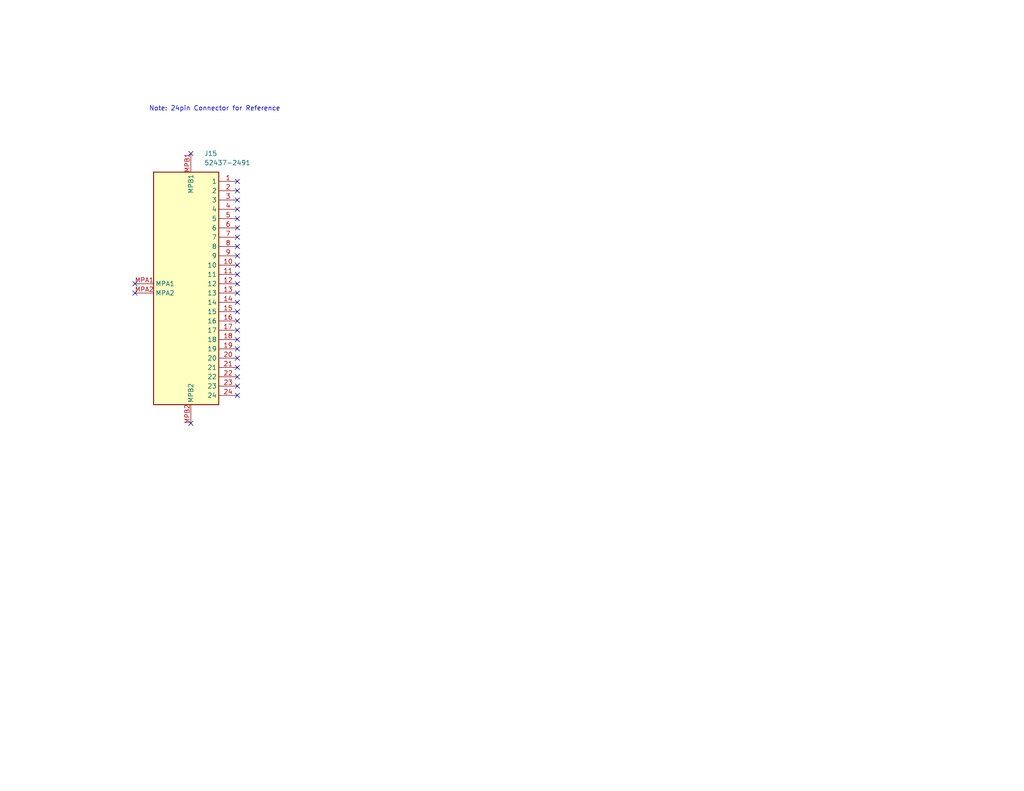
<source format=kicad_sch>
(kicad_sch (version 20230121) (generator eeschema)
  (paper "USLetter")
  (title_block (date "2023-11-24") (rev "29") (company "COEN/ELEC 490 Team 18"))
  (lib_symbols
    (symbol "SamacSys_Parts:52437-2491"
      (property "Reference" "J" (at 69.85 12.7 0))
      (property "Value" "52437-2491" (at 69.85 10.16 0))
      (symbol "52437-2491_1_1"
        (rectangle (start 5.08 7.62) (end 68.58 -10.16) (stroke (width 0.254)) (fill (type background)))
        (pin passive line (at 7.62 12.7 270) (length 5.08) (name "1") (number "1"))
        (pin passive line (at 30.48 12.7 270) (length 5.08) (name "10") (number "10"))
        (pin passive line (at 33.02 12.7 270) (length 5.08) (name "11") (number "11"))
        (pin passive line (at 35.56 12.7 270) (length 5.08) (name "12") (number "12"))
        (pin passive line (at 38.1 12.7 270) (length 5.08) (name "13") (number "13"))
        (pin passive line (at 40.64 12.7 270) (length 5.08) (name "14") (number "14"))
        (pin passive line (at 43.18 12.7 270) (length 5.08) (name "15") (number "15"))
        (pin passive line (at 45.72 12.7 270) (length 5.08) (name "16") (number "16"))
        (pin passive line (at 48.26 12.7 270) (length 5.08) (name "17") (number "17"))
        (pin passive line (at 50.8 12.7 270) (length 5.08) (name "18") (number "18"))
        (pin passive line (at 53.34 12.7 270) (length 5.08) (name "19") (number "19"))
        (pin passive line (at 10.16 12.7 270) (length 5.08) (name "2") (number "2"))
        (pin passive line (at 55.88 12.7 270) (length 5.08) (name "20") (number "20"))
        (pin passive line (at 58.42 12.7 270) (length 5.08) (name "21") (number "21"))
        (pin passive line (at 60.96 12.7 270) (length 5.08) (name "22") (number "22"))
        (pin passive line (at 63.5 12.7 270) (length 5.08) (name "23") (number "23"))
        (pin passive line (at 66.04 12.7 270) (length 5.08) (name "24") (number "24"))
        (pin passive line (at 12.7 12.7 270) (length 5.08) (name "3") (number "3"))
        (pin passive line (at 15.24 12.7 270) (length 5.08) (name "4") (number "4"))
        (pin passive line (at 17.78 12.7 270) (length 5.08) (name "5") (number "5"))
        (pin passive line (at 20.32 12.7 270) (length 5.08) (name "6") (number "6"))
        (pin passive line (at 22.86 12.7 270) (length 5.08) (name "7") (number "7"))
        (pin passive line (at 25.4 12.7 270) (length 5.08) (name "8") (number "8"))
        (pin passive line (at 27.94 12.7 270) (length 5.08) (name "9") (number "9"))
        (pin passive line (at 35.56 -15.24 90) (length 5.08) (name "MPA1") (number "MPA1"))
        (pin passive line (at 38.1 -15.24 90) (length 5.08) (name "MPA2") (number "MPA2"))
        (pin passive line (at 0 0 0) (length 5.08) (name "MPB1") (number "MPB1"))
        (pin passive line (at 73.66 0 180) (length 5.08) (name "MPB2") (number "MPB2"))
      )
    )
  )
  (no_connect (at 36.83 80.01))
  (no_connect (at 64.77 82.55))
  (no_connect (at 64.77 102.87))
  (no_connect (at 64.77 100.33))
  (no_connect (at 64.77 64.77))
  (no_connect (at 64.77 52.07))
  (no_connect (at 52.07 115.57))
  (no_connect (at 64.77 107.95))
  (no_connect (at 64.77 85.09))
  (no_connect (at 36.83 77.47))
  (no_connect (at 64.77 105.41))
  (no_connect (at 64.77 95.25))
  (no_connect (at 64.77 74.93))
  (no_connect (at 64.77 72.39))
  (no_connect (at 64.77 54.61))
  (no_connect (at 64.77 90.17))
  (no_connect (at 64.77 62.23))
  (no_connect (at 64.77 69.85))
  (no_connect (at 64.77 80.01))
  (no_connect (at 64.77 57.15))
  (no_connect (at 64.77 77.47))
  (no_connect (at 64.77 92.71))
  (no_connect (at 64.77 59.69))
  (no_connect (at 64.77 49.53))
  (no_connect (at 52.07 41.91))
  (no_connect (at 64.77 67.31))
  (no_connect (at 64.77 87.63))
  (no_connect (at 64.77 97.79))
  (text "Note: 24pin Connector for Reference" (at 40.64 30.48 0) (effects (font (size 1.27 1.27)) (justify left bottom)))
  (symbol (lib_id "SamacSys_Parts:52437-2491") (at 52.07 41.91 270) (unit 1)
    (property "Reference" "J15" (at 55.6961 41.91 90) (effects (justify left)))
    (property "Value" "52437-2491" (at 55.6961 44.45 90) (effects (justify left)))
    (property "Footprint" "524372491" (effects hide))
    (property "Datasheet" "https://www.molex.com/pdm_docs/sd/524372491_sd.pdf" (effects hide))
    (property "Height" "2" (effects hide))
    (property "Mouser Part Number" "538-52437-2491" (effects hide))
    (property "Mouser Price/Stock" "https://www.mouser.co.uk/ProductDetail/Molex/52437-2491?qs=Nb99Pa9xYq8GTcPnmH%2FRwA%3D%3D" (effects hide))
    (property "Manufacturer_Name" "Molex" (effects hide))
    (property "Manufacturer_Part_Number" "52437-2491" (effects hide))
  )
)
</source>
